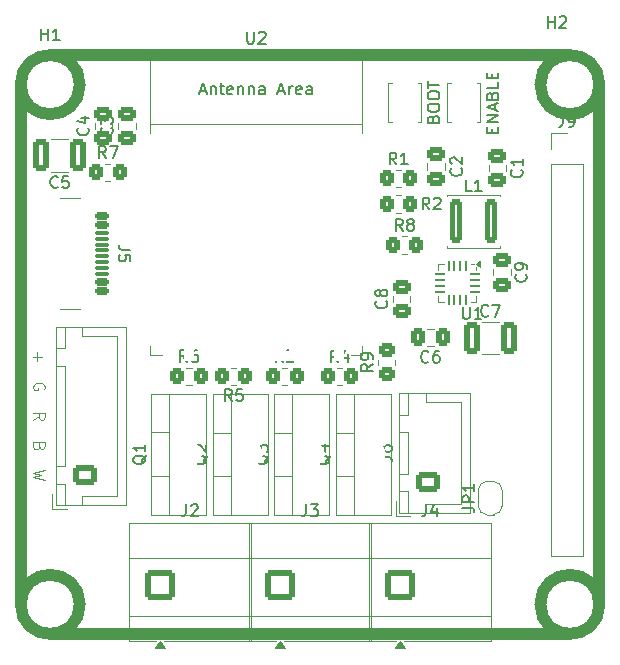
<source format=gbr>
%TF.GenerationSoftware,KiCad,Pcbnew,9.0.1*%
%TF.CreationDate,2025-05-27T02:43:24+02:00*%
%TF.ProjectId,LEDController,4c454443-6f6e-4747-926f-6c6c65722e6b,1*%
%TF.SameCoordinates,Original*%
%TF.FileFunction,Legend,Top*%
%TF.FilePolarity,Positive*%
%FSLAX46Y46*%
G04 Gerber Fmt 4.6, Leading zero omitted, Abs format (unit mm)*
G04 Created by KiCad (PCBNEW 9.0.1) date 2025-05-27 02:43:24*
%MOMM*%
%LPD*%
G01*
G04 APERTURE LIST*
G04 Aperture macros list*
%AMRoundRect*
0 Rectangle with rounded corners*
0 $1 Rounding radius*
0 $2 $3 $4 $5 $6 $7 $8 $9 X,Y pos of 4 corners*
0 Add a 4 corners polygon primitive as box body*
4,1,4,$2,$3,$4,$5,$6,$7,$8,$9,$2,$3,0*
0 Add four circle primitives for the rounded corners*
1,1,$1+$1,$2,$3*
1,1,$1+$1,$4,$5*
1,1,$1+$1,$6,$7*
1,1,$1+$1,$8,$9*
0 Add four rect primitives between the rounded corners*
20,1,$1+$1,$2,$3,$4,$5,0*
20,1,$1+$1,$4,$5,$6,$7,0*
20,1,$1+$1,$6,$7,$8,$9,0*
20,1,$1+$1,$8,$9,$2,$3,0*%
%AMFreePoly0*
4,1,23,0.500000,-0.750000,0.000000,-0.750000,0.000000,-0.745722,-0.065263,-0.745722,-0.191342,-0.711940,-0.304381,-0.646677,-0.396677,-0.554381,-0.461940,-0.441342,-0.495722,-0.315263,-0.495722,-0.250000,-0.500000,-0.250000,-0.500000,0.250000,-0.495722,0.250000,-0.495722,0.315263,-0.461940,0.441342,-0.396677,0.554381,-0.304381,0.646677,-0.191342,0.711940,-0.065263,0.745722,0.000000,0.745722,
0.000000,0.750000,0.500000,0.750000,0.500000,-0.750000,0.500000,-0.750000,$1*%
%AMFreePoly1*
4,1,23,0.000000,0.745722,0.065263,0.745722,0.191342,0.711940,0.304381,0.646677,0.396677,0.554381,0.461940,0.441342,0.495722,0.315263,0.495722,0.250000,0.500000,0.250000,0.500000,-0.250000,0.495722,-0.250000,0.495722,-0.315263,0.461940,-0.441342,0.396677,-0.554381,0.304381,-0.646677,0.191342,-0.711940,0.065263,-0.745722,0.000000,-0.745722,0.000000,-0.750000,-0.500000,-0.750000,
-0.500000,0.750000,0.000000,0.750000,0.000000,0.745722,0.000000,0.745722,$1*%
G04 Aperture macros list end*
%ADD10C,1.000000*%
%ADD11C,0.100000*%
%ADD12C,0.150000*%
%ADD13C,0.120000*%
%ADD14C,3.200000*%
%ADD15R,1.700000X1.700000*%
%ADD16C,1.700000*%
%ADD17RoundRect,0.250000X0.337500X0.475000X-0.337500X0.475000X-0.337500X-0.475000X0.337500X-0.475000X0*%
%ADD18R,1.500000X0.900000*%
%ADD19R,0.900000X1.500000*%
%ADD20R,1.000000X1.000000*%
%ADD21R,2.000000X1.905000*%
%ADD22O,2.000000X1.905000*%
%ADD23RoundRect,0.250000X-0.350000X-0.450000X0.350000X-0.450000X0.350000X0.450000X-0.350000X0.450000X0*%
%ADD24RoundRect,0.250000X0.412500X1.100000X-0.412500X1.100000X-0.412500X-1.100000X0.412500X-1.100000X0*%
%ADD25RoundRect,0.250000X0.450000X-0.350000X0.450000X0.350000X-0.450000X0.350000X-0.450000X-0.350000X0*%
%ADD26R,1.700000X1.500000*%
%ADD27RoundRect,0.250000X0.725000X-0.600000X0.725000X0.600000X-0.725000X0.600000X-0.725000X-0.600000X0*%
%ADD28O,1.950000X1.700000*%
%ADD29RoundRect,0.250000X-1.050000X-1.050000X1.050000X-1.050000X1.050000X1.050000X-1.050000X1.050000X0*%
%ADD30C,2.600000*%
%ADD31RoundRect,0.250000X0.350000X0.450000X-0.350000X0.450000X-0.350000X-0.450000X0.350000X-0.450000X0*%
%ADD32RoundRect,0.250000X-0.475000X0.337500X-0.475000X-0.337500X0.475000X-0.337500X0.475000X0.337500X0*%
%ADD33RoundRect,0.250000X-0.300000X-1.600000X0.300000X-1.600000X0.300000X1.600000X-0.300000X1.600000X0*%
%ADD34RoundRect,0.250000X0.475000X-0.337500X0.475000X0.337500X-0.475000X0.337500X-0.475000X-0.337500X0*%
%ADD35RoundRect,0.062500X-0.062500X0.350000X-0.062500X-0.350000X0.062500X-0.350000X0.062500X0.350000X0*%
%ADD36RoundRect,0.062500X-0.350000X0.062500X-0.350000X-0.062500X0.350000X-0.062500X0.350000X0.062500X0*%
%ADD37R,1.680000X1.680000*%
%ADD38C,0.650000*%
%ADD39RoundRect,0.150000X-0.425000X0.150000X-0.425000X-0.150000X0.425000X-0.150000X0.425000X0.150000X0*%
%ADD40RoundRect,0.075000X-0.500000X0.075000X-0.500000X-0.075000X0.500000X-0.075000X0.500000X0.075000X0*%
%ADD41O,2.100000X1.000000*%
%ADD42O,1.800000X1.000000*%
%ADD43FreePoly0,90.000000*%
%ADD44FreePoly1,90.000000*%
%ADD45RoundRect,0.250000X-0.412500X-1.100000X0.412500X-1.100000X0.412500X1.100000X-0.412500X1.100000X0*%
G04 APERTURE END LIST*
D10*
X90500000Y-52000000D02*
G75*
G02*
X85500000Y-52000000I-2500000J0D01*
G01*
X85500000Y-52000000D02*
G75*
G02*
X90500000Y-52000000I2500000J0D01*
G01*
X90500000Y-96000000D02*
G75*
G02*
X85500000Y-96000000I-2500000J0D01*
G01*
X85500000Y-96000000D02*
G75*
G02*
X90500000Y-96000000I2500000J0D01*
G01*
X134500000Y-96000000D02*
G75*
G02*
X129500000Y-96000000I-2500000J0D01*
G01*
X129500000Y-96000000D02*
G75*
G02*
X134500000Y-96000000I2500000J0D01*
G01*
X134500000Y-52000000D02*
G75*
G02*
X129500000Y-52000000I-2500000J0D01*
G01*
X129500000Y-52000000D02*
G75*
G02*
X134500000Y-52000000I2500000J0D01*
G01*
X132000000Y-49500000D02*
X88000000Y-49500000D01*
X134500000Y-96000000D02*
X134500000Y-52000000D01*
X85500000Y-52000000D02*
X85500000Y-96000000D01*
X88000000Y-98500000D02*
X132000000Y-98500000D01*
D11*
X87542580Y-84621429D02*
X86542580Y-84859524D01*
X86542580Y-84859524D02*
X87256866Y-85050000D01*
X87256866Y-85050000D02*
X86542580Y-85240476D01*
X86542580Y-85240476D02*
X87542580Y-85478572D01*
X87494961Y-77811904D02*
X87542580Y-77716666D01*
X87542580Y-77716666D02*
X87542580Y-77573809D01*
X87542580Y-77573809D02*
X87494961Y-77430952D01*
X87494961Y-77430952D02*
X87399723Y-77335714D01*
X87399723Y-77335714D02*
X87304485Y-77288095D01*
X87304485Y-77288095D02*
X87114009Y-77240476D01*
X87114009Y-77240476D02*
X86971152Y-77240476D01*
X86971152Y-77240476D02*
X86780676Y-77288095D01*
X86780676Y-77288095D02*
X86685438Y-77335714D01*
X86685438Y-77335714D02*
X86590200Y-77430952D01*
X86590200Y-77430952D02*
X86542580Y-77573809D01*
X86542580Y-77573809D02*
X86542580Y-77669047D01*
X86542580Y-77669047D02*
X86590200Y-77811904D01*
X86590200Y-77811904D02*
X86637819Y-77859523D01*
X86637819Y-77859523D02*
X86971152Y-77859523D01*
X86971152Y-77859523D02*
X86971152Y-77669047D01*
X87066390Y-82621428D02*
X87018771Y-82764285D01*
X87018771Y-82764285D02*
X86971152Y-82811904D01*
X86971152Y-82811904D02*
X86875914Y-82859523D01*
X86875914Y-82859523D02*
X86733057Y-82859523D01*
X86733057Y-82859523D02*
X86637819Y-82811904D01*
X86637819Y-82811904D02*
X86590200Y-82764285D01*
X86590200Y-82764285D02*
X86542580Y-82669047D01*
X86542580Y-82669047D02*
X86542580Y-82288095D01*
X86542580Y-82288095D02*
X87542580Y-82288095D01*
X87542580Y-82288095D02*
X87542580Y-82621428D01*
X87542580Y-82621428D02*
X87494961Y-82716666D01*
X87494961Y-82716666D02*
X87447342Y-82764285D01*
X87447342Y-82764285D02*
X87352104Y-82811904D01*
X87352104Y-82811904D02*
X87256866Y-82811904D01*
X87256866Y-82811904D02*
X87161628Y-82764285D01*
X87161628Y-82764285D02*
X87114009Y-82716666D01*
X87114009Y-82716666D02*
X87066390Y-82621428D01*
X87066390Y-82621428D02*
X87066390Y-82288095D01*
X86542580Y-80359523D02*
X87018771Y-80026190D01*
X86542580Y-79788095D02*
X87542580Y-79788095D01*
X87542580Y-79788095D02*
X87542580Y-80169047D01*
X87542580Y-80169047D02*
X87494961Y-80264285D01*
X87494961Y-80264285D02*
X87447342Y-80311904D01*
X87447342Y-80311904D02*
X87352104Y-80359523D01*
X87352104Y-80359523D02*
X87209247Y-80359523D01*
X87209247Y-80359523D02*
X87114009Y-80311904D01*
X87114009Y-80311904D02*
X87066390Y-80264285D01*
X87066390Y-80264285D02*
X87018771Y-80169047D01*
X87018771Y-80169047D02*
X87018771Y-79788095D01*
X86923533Y-74669048D02*
X86923533Y-75430953D01*
X86542580Y-75050000D02*
X87304485Y-75050000D01*
D12*
X130132095Y-47216819D02*
X130132095Y-46216819D01*
X130132095Y-46693009D02*
X130703523Y-46693009D01*
X130703523Y-47216819D02*
X130703523Y-46216819D01*
X131132095Y-46312057D02*
X131179714Y-46264438D01*
X131179714Y-46264438D02*
X131274952Y-46216819D01*
X131274952Y-46216819D02*
X131513047Y-46216819D01*
X131513047Y-46216819D02*
X131608285Y-46264438D01*
X131608285Y-46264438D02*
X131655904Y-46312057D01*
X131655904Y-46312057D02*
X131703523Y-46407295D01*
X131703523Y-46407295D02*
X131703523Y-46502533D01*
X131703523Y-46502533D02*
X131655904Y-46645390D01*
X131655904Y-46645390D02*
X131084476Y-47216819D01*
X131084476Y-47216819D02*
X131703523Y-47216819D01*
X131416666Y-54564819D02*
X131416666Y-55279104D01*
X131416666Y-55279104D02*
X131369047Y-55421961D01*
X131369047Y-55421961D02*
X131273809Y-55517200D01*
X131273809Y-55517200D02*
X131130952Y-55564819D01*
X131130952Y-55564819D02*
X131035714Y-55564819D01*
X131940476Y-55564819D02*
X132130952Y-55564819D01*
X132130952Y-55564819D02*
X132226190Y-55517200D01*
X132226190Y-55517200D02*
X132273809Y-55469580D01*
X132273809Y-55469580D02*
X132369047Y-55326723D01*
X132369047Y-55326723D02*
X132416666Y-55136247D01*
X132416666Y-55136247D02*
X132416666Y-54755295D01*
X132416666Y-54755295D02*
X132369047Y-54660057D01*
X132369047Y-54660057D02*
X132321428Y-54612438D01*
X132321428Y-54612438D02*
X132226190Y-54564819D01*
X132226190Y-54564819D02*
X132035714Y-54564819D01*
X132035714Y-54564819D02*
X131940476Y-54612438D01*
X131940476Y-54612438D02*
X131892857Y-54660057D01*
X131892857Y-54660057D02*
X131845238Y-54755295D01*
X131845238Y-54755295D02*
X131845238Y-54993390D01*
X131845238Y-54993390D02*
X131892857Y-55088628D01*
X131892857Y-55088628D02*
X131940476Y-55136247D01*
X131940476Y-55136247D02*
X132035714Y-55183866D01*
X132035714Y-55183866D02*
X132226190Y-55183866D01*
X132226190Y-55183866D02*
X132321428Y-55136247D01*
X132321428Y-55136247D02*
X132369047Y-55088628D01*
X132369047Y-55088628D02*
X132416666Y-54993390D01*
X120026133Y-75445580D02*
X119978514Y-75493200D01*
X119978514Y-75493200D02*
X119835657Y-75540819D01*
X119835657Y-75540819D02*
X119740419Y-75540819D01*
X119740419Y-75540819D02*
X119597562Y-75493200D01*
X119597562Y-75493200D02*
X119502324Y-75397961D01*
X119502324Y-75397961D02*
X119454705Y-75302723D01*
X119454705Y-75302723D02*
X119407086Y-75112247D01*
X119407086Y-75112247D02*
X119407086Y-74969390D01*
X119407086Y-74969390D02*
X119454705Y-74778914D01*
X119454705Y-74778914D02*
X119502324Y-74683676D01*
X119502324Y-74683676D02*
X119597562Y-74588438D01*
X119597562Y-74588438D02*
X119740419Y-74540819D01*
X119740419Y-74540819D02*
X119835657Y-74540819D01*
X119835657Y-74540819D02*
X119978514Y-74588438D01*
X119978514Y-74588438D02*
X120026133Y-74636057D01*
X120883276Y-74540819D02*
X120692800Y-74540819D01*
X120692800Y-74540819D02*
X120597562Y-74588438D01*
X120597562Y-74588438D02*
X120549943Y-74636057D01*
X120549943Y-74636057D02*
X120454705Y-74778914D01*
X120454705Y-74778914D02*
X120407086Y-74969390D01*
X120407086Y-74969390D02*
X120407086Y-75350342D01*
X120407086Y-75350342D02*
X120454705Y-75445580D01*
X120454705Y-75445580D02*
X120502324Y-75493200D01*
X120502324Y-75493200D02*
X120597562Y-75540819D01*
X120597562Y-75540819D02*
X120788038Y-75540819D01*
X120788038Y-75540819D02*
X120883276Y-75493200D01*
X120883276Y-75493200D02*
X120930895Y-75445580D01*
X120930895Y-75445580D02*
X120978514Y-75350342D01*
X120978514Y-75350342D02*
X120978514Y-75112247D01*
X120978514Y-75112247D02*
X120930895Y-75017009D01*
X120930895Y-75017009D02*
X120883276Y-74969390D01*
X120883276Y-74969390D02*
X120788038Y-74921771D01*
X120788038Y-74921771D02*
X120597562Y-74921771D01*
X120597562Y-74921771D02*
X120502324Y-74969390D01*
X120502324Y-74969390D02*
X120454705Y-75017009D01*
X120454705Y-75017009D02*
X120407086Y-75112247D01*
X104672095Y-47522819D02*
X104672095Y-48332342D01*
X104672095Y-48332342D02*
X104719714Y-48427580D01*
X104719714Y-48427580D02*
X104767333Y-48475200D01*
X104767333Y-48475200D02*
X104862571Y-48522819D01*
X104862571Y-48522819D02*
X105053047Y-48522819D01*
X105053047Y-48522819D02*
X105148285Y-48475200D01*
X105148285Y-48475200D02*
X105195904Y-48427580D01*
X105195904Y-48427580D02*
X105243523Y-48332342D01*
X105243523Y-48332342D02*
X105243523Y-47522819D01*
X105672095Y-47618057D02*
X105719714Y-47570438D01*
X105719714Y-47570438D02*
X105814952Y-47522819D01*
X105814952Y-47522819D02*
X106053047Y-47522819D01*
X106053047Y-47522819D02*
X106148285Y-47570438D01*
X106148285Y-47570438D02*
X106195904Y-47618057D01*
X106195904Y-47618057D02*
X106243523Y-47713295D01*
X106243523Y-47713295D02*
X106243523Y-47808533D01*
X106243523Y-47808533D02*
X106195904Y-47951390D01*
X106195904Y-47951390D02*
X105624476Y-48522819D01*
X105624476Y-48522819D02*
X106243523Y-48522819D01*
X100672094Y-52537104D02*
X101148284Y-52537104D01*
X100576856Y-52822819D02*
X100910189Y-51822819D01*
X100910189Y-51822819D02*
X101243522Y-52822819D01*
X101576856Y-52156152D02*
X101576856Y-52822819D01*
X101576856Y-52251390D02*
X101624475Y-52203771D01*
X101624475Y-52203771D02*
X101719713Y-52156152D01*
X101719713Y-52156152D02*
X101862570Y-52156152D01*
X101862570Y-52156152D02*
X101957808Y-52203771D01*
X101957808Y-52203771D02*
X102005427Y-52299009D01*
X102005427Y-52299009D02*
X102005427Y-52822819D01*
X102338761Y-52156152D02*
X102719713Y-52156152D01*
X102481618Y-51822819D02*
X102481618Y-52679961D01*
X102481618Y-52679961D02*
X102529237Y-52775200D01*
X102529237Y-52775200D02*
X102624475Y-52822819D01*
X102624475Y-52822819D02*
X102719713Y-52822819D01*
X103433999Y-52775200D02*
X103338761Y-52822819D01*
X103338761Y-52822819D02*
X103148285Y-52822819D01*
X103148285Y-52822819D02*
X103053047Y-52775200D01*
X103053047Y-52775200D02*
X103005428Y-52679961D01*
X103005428Y-52679961D02*
X103005428Y-52299009D01*
X103005428Y-52299009D02*
X103053047Y-52203771D01*
X103053047Y-52203771D02*
X103148285Y-52156152D01*
X103148285Y-52156152D02*
X103338761Y-52156152D01*
X103338761Y-52156152D02*
X103433999Y-52203771D01*
X103433999Y-52203771D02*
X103481618Y-52299009D01*
X103481618Y-52299009D02*
X103481618Y-52394247D01*
X103481618Y-52394247D02*
X103005428Y-52489485D01*
X103910190Y-52156152D02*
X103910190Y-52822819D01*
X103910190Y-52251390D02*
X103957809Y-52203771D01*
X103957809Y-52203771D02*
X104053047Y-52156152D01*
X104053047Y-52156152D02*
X104195904Y-52156152D01*
X104195904Y-52156152D02*
X104291142Y-52203771D01*
X104291142Y-52203771D02*
X104338761Y-52299009D01*
X104338761Y-52299009D02*
X104338761Y-52822819D01*
X104814952Y-52156152D02*
X104814952Y-52822819D01*
X104814952Y-52251390D02*
X104862571Y-52203771D01*
X104862571Y-52203771D02*
X104957809Y-52156152D01*
X104957809Y-52156152D02*
X105100666Y-52156152D01*
X105100666Y-52156152D02*
X105195904Y-52203771D01*
X105195904Y-52203771D02*
X105243523Y-52299009D01*
X105243523Y-52299009D02*
X105243523Y-52822819D01*
X106148285Y-52822819D02*
X106148285Y-52299009D01*
X106148285Y-52299009D02*
X106100666Y-52203771D01*
X106100666Y-52203771D02*
X106005428Y-52156152D01*
X106005428Y-52156152D02*
X105814952Y-52156152D01*
X105814952Y-52156152D02*
X105719714Y-52203771D01*
X106148285Y-52775200D02*
X106053047Y-52822819D01*
X106053047Y-52822819D02*
X105814952Y-52822819D01*
X105814952Y-52822819D02*
X105719714Y-52775200D01*
X105719714Y-52775200D02*
X105672095Y-52679961D01*
X105672095Y-52679961D02*
X105672095Y-52584723D01*
X105672095Y-52584723D02*
X105719714Y-52489485D01*
X105719714Y-52489485D02*
X105814952Y-52441866D01*
X105814952Y-52441866D02*
X106053047Y-52441866D01*
X106053047Y-52441866D02*
X106148285Y-52394247D01*
X107338762Y-52537104D02*
X107814952Y-52537104D01*
X107243524Y-52822819D02*
X107576857Y-51822819D01*
X107576857Y-51822819D02*
X107910190Y-52822819D01*
X108243524Y-52822819D02*
X108243524Y-52156152D01*
X108243524Y-52346628D02*
X108291143Y-52251390D01*
X108291143Y-52251390D02*
X108338762Y-52203771D01*
X108338762Y-52203771D02*
X108434000Y-52156152D01*
X108434000Y-52156152D02*
X108529238Y-52156152D01*
X109243524Y-52775200D02*
X109148286Y-52822819D01*
X109148286Y-52822819D02*
X108957810Y-52822819D01*
X108957810Y-52822819D02*
X108862572Y-52775200D01*
X108862572Y-52775200D02*
X108814953Y-52679961D01*
X108814953Y-52679961D02*
X108814953Y-52299009D01*
X108814953Y-52299009D02*
X108862572Y-52203771D01*
X108862572Y-52203771D02*
X108957810Y-52156152D01*
X108957810Y-52156152D02*
X109148286Y-52156152D01*
X109148286Y-52156152D02*
X109243524Y-52203771D01*
X109243524Y-52203771D02*
X109291143Y-52299009D01*
X109291143Y-52299009D02*
X109291143Y-52394247D01*
X109291143Y-52394247D02*
X108814953Y-52489485D01*
X110148286Y-52822819D02*
X110148286Y-52299009D01*
X110148286Y-52299009D02*
X110100667Y-52203771D01*
X110100667Y-52203771D02*
X110005429Y-52156152D01*
X110005429Y-52156152D02*
X109814953Y-52156152D01*
X109814953Y-52156152D02*
X109719715Y-52203771D01*
X110148286Y-52775200D02*
X110053048Y-52822819D01*
X110053048Y-52822819D02*
X109814953Y-52822819D01*
X109814953Y-52822819D02*
X109719715Y-52775200D01*
X109719715Y-52775200D02*
X109672096Y-52679961D01*
X109672096Y-52679961D02*
X109672096Y-52584723D01*
X109672096Y-52584723D02*
X109719715Y-52489485D01*
X109719715Y-52489485D02*
X109814953Y-52441866D01*
X109814953Y-52441866D02*
X110053048Y-52441866D01*
X110053048Y-52441866D02*
X110148286Y-52394247D01*
X111723057Y-83407238D02*
X111675438Y-83502476D01*
X111675438Y-83502476D02*
X111580200Y-83597714D01*
X111580200Y-83597714D02*
X111437342Y-83740571D01*
X111437342Y-83740571D02*
X111389723Y-83835809D01*
X111389723Y-83835809D02*
X111389723Y-83931047D01*
X111627819Y-83883428D02*
X111580200Y-83978666D01*
X111580200Y-83978666D02*
X111484961Y-84073904D01*
X111484961Y-84073904D02*
X111294485Y-84121523D01*
X111294485Y-84121523D02*
X110961152Y-84121523D01*
X110961152Y-84121523D02*
X110770676Y-84073904D01*
X110770676Y-84073904D02*
X110675438Y-83978666D01*
X110675438Y-83978666D02*
X110627819Y-83883428D01*
X110627819Y-83883428D02*
X110627819Y-83692952D01*
X110627819Y-83692952D02*
X110675438Y-83597714D01*
X110675438Y-83597714D02*
X110770676Y-83502476D01*
X110770676Y-83502476D02*
X110961152Y-83454857D01*
X110961152Y-83454857D02*
X111294485Y-83454857D01*
X111294485Y-83454857D02*
X111484961Y-83502476D01*
X111484961Y-83502476D02*
X111580200Y-83597714D01*
X111580200Y-83597714D02*
X111627819Y-83692952D01*
X111627819Y-83692952D02*
X111627819Y-83883428D01*
X110961152Y-82597714D02*
X111627819Y-82597714D01*
X110580200Y-82835809D02*
X111294485Y-83073904D01*
X111294485Y-83073904D02*
X111294485Y-82454857D01*
X92707333Y-58218819D02*
X92374000Y-57742628D01*
X92135905Y-58218819D02*
X92135905Y-57218819D01*
X92135905Y-57218819D02*
X92516857Y-57218819D01*
X92516857Y-57218819D02*
X92612095Y-57266438D01*
X92612095Y-57266438D02*
X92659714Y-57314057D01*
X92659714Y-57314057D02*
X92707333Y-57409295D01*
X92707333Y-57409295D02*
X92707333Y-57552152D01*
X92707333Y-57552152D02*
X92659714Y-57647390D01*
X92659714Y-57647390D02*
X92612095Y-57695009D01*
X92612095Y-57695009D02*
X92516857Y-57742628D01*
X92516857Y-57742628D02*
X92135905Y-57742628D01*
X93040667Y-57218819D02*
X93707333Y-57218819D01*
X93707333Y-57218819D02*
X93278762Y-58218819D01*
X99581333Y-75490819D02*
X99248000Y-75014628D01*
X99009905Y-75490819D02*
X99009905Y-74490819D01*
X99009905Y-74490819D02*
X99390857Y-74490819D01*
X99390857Y-74490819D02*
X99486095Y-74538438D01*
X99486095Y-74538438D02*
X99533714Y-74586057D01*
X99533714Y-74586057D02*
X99581333Y-74681295D01*
X99581333Y-74681295D02*
X99581333Y-74824152D01*
X99581333Y-74824152D02*
X99533714Y-74919390D01*
X99533714Y-74919390D02*
X99486095Y-74967009D01*
X99486095Y-74967009D02*
X99390857Y-75014628D01*
X99390857Y-75014628D02*
X99009905Y-75014628D01*
X100438476Y-74490819D02*
X100248000Y-74490819D01*
X100248000Y-74490819D02*
X100152762Y-74538438D01*
X100152762Y-74538438D02*
X100105143Y-74586057D01*
X100105143Y-74586057D02*
X100009905Y-74728914D01*
X100009905Y-74728914D02*
X99962286Y-74919390D01*
X99962286Y-74919390D02*
X99962286Y-75300342D01*
X99962286Y-75300342D02*
X100009905Y-75395580D01*
X100009905Y-75395580D02*
X100057524Y-75443200D01*
X100057524Y-75443200D02*
X100152762Y-75490819D01*
X100152762Y-75490819D02*
X100343238Y-75490819D01*
X100343238Y-75490819D02*
X100438476Y-75443200D01*
X100438476Y-75443200D02*
X100486095Y-75395580D01*
X100486095Y-75395580D02*
X100533714Y-75300342D01*
X100533714Y-75300342D02*
X100533714Y-75062247D01*
X100533714Y-75062247D02*
X100486095Y-74967009D01*
X100486095Y-74967009D02*
X100438476Y-74919390D01*
X100438476Y-74919390D02*
X100343238Y-74871771D01*
X100343238Y-74871771D02*
X100152762Y-74871771D01*
X100152762Y-74871771D02*
X100057524Y-74919390D01*
X100057524Y-74919390D02*
X100009905Y-74967009D01*
X100009905Y-74967009D02*
X99962286Y-75062247D01*
X88643333Y-60659580D02*
X88595714Y-60707200D01*
X88595714Y-60707200D02*
X88452857Y-60754819D01*
X88452857Y-60754819D02*
X88357619Y-60754819D01*
X88357619Y-60754819D02*
X88214762Y-60707200D01*
X88214762Y-60707200D02*
X88119524Y-60611961D01*
X88119524Y-60611961D02*
X88071905Y-60516723D01*
X88071905Y-60516723D02*
X88024286Y-60326247D01*
X88024286Y-60326247D02*
X88024286Y-60183390D01*
X88024286Y-60183390D02*
X88071905Y-59992914D01*
X88071905Y-59992914D02*
X88119524Y-59897676D01*
X88119524Y-59897676D02*
X88214762Y-59802438D01*
X88214762Y-59802438D02*
X88357619Y-59754819D01*
X88357619Y-59754819D02*
X88452857Y-59754819D01*
X88452857Y-59754819D02*
X88595714Y-59802438D01*
X88595714Y-59802438D02*
X88643333Y-59850057D01*
X89548095Y-59754819D02*
X89071905Y-59754819D01*
X89071905Y-59754819D02*
X89024286Y-60231009D01*
X89024286Y-60231009D02*
X89071905Y-60183390D01*
X89071905Y-60183390D02*
X89167143Y-60135771D01*
X89167143Y-60135771D02*
X89405238Y-60135771D01*
X89405238Y-60135771D02*
X89500476Y-60183390D01*
X89500476Y-60183390D02*
X89548095Y-60231009D01*
X89548095Y-60231009D02*
X89595714Y-60326247D01*
X89595714Y-60326247D02*
X89595714Y-60564342D01*
X89595714Y-60564342D02*
X89548095Y-60659580D01*
X89548095Y-60659580D02*
X89500476Y-60707200D01*
X89500476Y-60707200D02*
X89405238Y-60754819D01*
X89405238Y-60754819D02*
X89167143Y-60754819D01*
X89167143Y-60754819D02*
X89071905Y-60707200D01*
X89071905Y-60707200D02*
X89024286Y-60659580D01*
X115304819Y-75666666D02*
X114828628Y-75999999D01*
X115304819Y-76238094D02*
X114304819Y-76238094D01*
X114304819Y-76238094D02*
X114304819Y-75857142D01*
X114304819Y-75857142D02*
X114352438Y-75761904D01*
X114352438Y-75761904D02*
X114400057Y-75714285D01*
X114400057Y-75714285D02*
X114495295Y-75666666D01*
X114495295Y-75666666D02*
X114638152Y-75666666D01*
X114638152Y-75666666D02*
X114733390Y-75714285D01*
X114733390Y-75714285D02*
X114781009Y-75761904D01*
X114781009Y-75761904D02*
X114828628Y-75857142D01*
X114828628Y-75857142D02*
X114828628Y-76238094D01*
X115304819Y-75190475D02*
X115304819Y-74999999D01*
X115304819Y-74999999D02*
X115257200Y-74904761D01*
X115257200Y-74904761D02*
X115209580Y-74857142D01*
X115209580Y-74857142D02*
X115066723Y-74761904D01*
X115066723Y-74761904D02*
X114876247Y-74714285D01*
X114876247Y-74714285D02*
X114495295Y-74714285D01*
X114495295Y-74714285D02*
X114400057Y-74761904D01*
X114400057Y-74761904D02*
X114352438Y-74809523D01*
X114352438Y-74809523D02*
X114304819Y-74904761D01*
X114304819Y-74904761D02*
X114304819Y-75095237D01*
X114304819Y-75095237D02*
X114352438Y-75190475D01*
X114352438Y-75190475D02*
X114400057Y-75238094D01*
X114400057Y-75238094D02*
X114495295Y-75285713D01*
X114495295Y-75285713D02*
X114733390Y-75285713D01*
X114733390Y-75285713D02*
X114828628Y-75238094D01*
X114828628Y-75238094D02*
X114876247Y-75190475D01*
X114876247Y-75190475D02*
X114923866Y-75095237D01*
X114923866Y-75095237D02*
X114923866Y-74904761D01*
X114923866Y-74904761D02*
X114876247Y-74809523D01*
X114876247Y-74809523D02*
X114828628Y-74761904D01*
X114828628Y-74761904D02*
X114733390Y-74714285D01*
X117844333Y-64381819D02*
X117511000Y-63905628D01*
X117272905Y-64381819D02*
X117272905Y-63381819D01*
X117272905Y-63381819D02*
X117653857Y-63381819D01*
X117653857Y-63381819D02*
X117749095Y-63429438D01*
X117749095Y-63429438D02*
X117796714Y-63477057D01*
X117796714Y-63477057D02*
X117844333Y-63572295D01*
X117844333Y-63572295D02*
X117844333Y-63715152D01*
X117844333Y-63715152D02*
X117796714Y-63810390D01*
X117796714Y-63810390D02*
X117749095Y-63858009D01*
X117749095Y-63858009D02*
X117653857Y-63905628D01*
X117653857Y-63905628D02*
X117272905Y-63905628D01*
X118415762Y-63810390D02*
X118320524Y-63762771D01*
X118320524Y-63762771D02*
X118272905Y-63715152D01*
X118272905Y-63715152D02*
X118225286Y-63619914D01*
X118225286Y-63619914D02*
X118225286Y-63572295D01*
X118225286Y-63572295D02*
X118272905Y-63477057D01*
X118272905Y-63477057D02*
X118320524Y-63429438D01*
X118320524Y-63429438D02*
X118415762Y-63381819D01*
X118415762Y-63381819D02*
X118606238Y-63381819D01*
X118606238Y-63381819D02*
X118701476Y-63429438D01*
X118701476Y-63429438D02*
X118749095Y-63477057D01*
X118749095Y-63477057D02*
X118796714Y-63572295D01*
X118796714Y-63572295D02*
X118796714Y-63619914D01*
X118796714Y-63619914D02*
X118749095Y-63715152D01*
X118749095Y-63715152D02*
X118701476Y-63762771D01*
X118701476Y-63762771D02*
X118606238Y-63810390D01*
X118606238Y-63810390D02*
X118415762Y-63810390D01*
X118415762Y-63810390D02*
X118320524Y-63858009D01*
X118320524Y-63858009D02*
X118272905Y-63905628D01*
X118272905Y-63905628D02*
X118225286Y-64000866D01*
X118225286Y-64000866D02*
X118225286Y-64191342D01*
X118225286Y-64191342D02*
X118272905Y-64286580D01*
X118272905Y-64286580D02*
X118320524Y-64334200D01*
X118320524Y-64334200D02*
X118415762Y-64381819D01*
X118415762Y-64381819D02*
X118606238Y-64381819D01*
X118606238Y-64381819D02*
X118701476Y-64334200D01*
X118701476Y-64334200D02*
X118749095Y-64286580D01*
X118749095Y-64286580D02*
X118796714Y-64191342D01*
X118796714Y-64191342D02*
X118796714Y-64000866D01*
X118796714Y-64000866D02*
X118749095Y-63905628D01*
X118749095Y-63905628D02*
X118701476Y-63858009D01*
X118701476Y-63858009D02*
X118606238Y-63810390D01*
X112333333Y-75512819D02*
X112000000Y-75036628D01*
X111761905Y-75512819D02*
X111761905Y-74512819D01*
X111761905Y-74512819D02*
X112142857Y-74512819D01*
X112142857Y-74512819D02*
X112238095Y-74560438D01*
X112238095Y-74560438D02*
X112285714Y-74608057D01*
X112285714Y-74608057D02*
X112333333Y-74703295D01*
X112333333Y-74703295D02*
X112333333Y-74846152D01*
X112333333Y-74846152D02*
X112285714Y-74941390D01*
X112285714Y-74941390D02*
X112238095Y-74989009D01*
X112238095Y-74989009D02*
X112142857Y-75036628D01*
X112142857Y-75036628D02*
X111761905Y-75036628D01*
X113190476Y-74846152D02*
X113190476Y-75512819D01*
X112952381Y-74465200D02*
X112714286Y-75179485D01*
X112714286Y-75179485D02*
X113333333Y-75179485D01*
X125431009Y-56073809D02*
X125431009Y-55740476D01*
X125954819Y-55597619D02*
X125954819Y-56073809D01*
X125954819Y-56073809D02*
X124954819Y-56073809D01*
X124954819Y-56073809D02*
X124954819Y-55597619D01*
X125954819Y-55169047D02*
X124954819Y-55169047D01*
X124954819Y-55169047D02*
X125954819Y-54597619D01*
X125954819Y-54597619D02*
X124954819Y-54597619D01*
X125669104Y-54169047D02*
X125669104Y-53692857D01*
X125954819Y-54264285D02*
X124954819Y-53930952D01*
X124954819Y-53930952D02*
X125954819Y-53597619D01*
X125431009Y-52930952D02*
X125478628Y-52788095D01*
X125478628Y-52788095D02*
X125526247Y-52740476D01*
X125526247Y-52740476D02*
X125621485Y-52692857D01*
X125621485Y-52692857D02*
X125764342Y-52692857D01*
X125764342Y-52692857D02*
X125859580Y-52740476D01*
X125859580Y-52740476D02*
X125907200Y-52788095D01*
X125907200Y-52788095D02*
X125954819Y-52883333D01*
X125954819Y-52883333D02*
X125954819Y-53264285D01*
X125954819Y-53264285D02*
X124954819Y-53264285D01*
X124954819Y-53264285D02*
X124954819Y-52930952D01*
X124954819Y-52930952D02*
X125002438Y-52835714D01*
X125002438Y-52835714D02*
X125050057Y-52788095D01*
X125050057Y-52788095D02*
X125145295Y-52740476D01*
X125145295Y-52740476D02*
X125240533Y-52740476D01*
X125240533Y-52740476D02*
X125335771Y-52788095D01*
X125335771Y-52788095D02*
X125383390Y-52835714D01*
X125383390Y-52835714D02*
X125431009Y-52930952D01*
X125431009Y-52930952D02*
X125431009Y-53264285D01*
X125954819Y-51788095D02*
X125954819Y-52264285D01*
X125954819Y-52264285D02*
X124954819Y-52264285D01*
X125431009Y-51454761D02*
X125431009Y-51121428D01*
X125954819Y-50978571D02*
X125954819Y-51454761D01*
X125954819Y-51454761D02*
X124954819Y-51454761D01*
X124954819Y-51454761D02*
X124954819Y-50978571D01*
X109661666Y-87541319D02*
X109661666Y-88255604D01*
X109661666Y-88255604D02*
X109614047Y-88398461D01*
X109614047Y-88398461D02*
X109518809Y-88493700D01*
X109518809Y-88493700D02*
X109375952Y-88541319D01*
X109375952Y-88541319D02*
X109280714Y-88541319D01*
X110042619Y-87541319D02*
X110661666Y-87541319D01*
X110661666Y-87541319D02*
X110328333Y-87922271D01*
X110328333Y-87922271D02*
X110471190Y-87922271D01*
X110471190Y-87922271D02*
X110566428Y-87969890D01*
X110566428Y-87969890D02*
X110614047Y-88017509D01*
X110614047Y-88017509D02*
X110661666Y-88112747D01*
X110661666Y-88112747D02*
X110661666Y-88350842D01*
X110661666Y-88350842D02*
X110614047Y-88446080D01*
X110614047Y-88446080D02*
X110566428Y-88493700D01*
X110566428Y-88493700D02*
X110471190Y-88541319D01*
X110471190Y-88541319D02*
X110185476Y-88541319D01*
X110185476Y-88541319D02*
X110090238Y-88493700D01*
X110090238Y-88493700D02*
X110042619Y-88446080D01*
X106522057Y-83407238D02*
X106474438Y-83502476D01*
X106474438Y-83502476D02*
X106379200Y-83597714D01*
X106379200Y-83597714D02*
X106236342Y-83740571D01*
X106236342Y-83740571D02*
X106188723Y-83835809D01*
X106188723Y-83835809D02*
X106188723Y-83931047D01*
X106426819Y-83883428D02*
X106379200Y-83978666D01*
X106379200Y-83978666D02*
X106283961Y-84073904D01*
X106283961Y-84073904D02*
X106093485Y-84121523D01*
X106093485Y-84121523D02*
X105760152Y-84121523D01*
X105760152Y-84121523D02*
X105569676Y-84073904D01*
X105569676Y-84073904D02*
X105474438Y-83978666D01*
X105474438Y-83978666D02*
X105426819Y-83883428D01*
X105426819Y-83883428D02*
X105426819Y-83692952D01*
X105426819Y-83692952D02*
X105474438Y-83597714D01*
X105474438Y-83597714D02*
X105569676Y-83502476D01*
X105569676Y-83502476D02*
X105760152Y-83454857D01*
X105760152Y-83454857D02*
X106093485Y-83454857D01*
X106093485Y-83454857D02*
X106283961Y-83502476D01*
X106283961Y-83502476D02*
X106379200Y-83597714D01*
X106379200Y-83597714D02*
X106426819Y-83692952D01*
X106426819Y-83692952D02*
X106426819Y-83883428D01*
X105426819Y-83121523D02*
X105426819Y-82502476D01*
X105426819Y-82502476D02*
X105807771Y-82835809D01*
X105807771Y-82835809D02*
X105807771Y-82692952D01*
X105807771Y-82692952D02*
X105855390Y-82597714D01*
X105855390Y-82597714D02*
X105903009Y-82550095D01*
X105903009Y-82550095D02*
X105998247Y-82502476D01*
X105998247Y-82502476D02*
X106236342Y-82502476D01*
X106236342Y-82502476D02*
X106331580Y-82550095D01*
X106331580Y-82550095D02*
X106379200Y-82597714D01*
X106379200Y-82597714D02*
X106426819Y-82692952D01*
X106426819Y-82692952D02*
X106426819Y-82978666D01*
X106426819Y-82978666D02*
X106379200Y-83073904D01*
X106379200Y-83073904D02*
X106331580Y-83121523D01*
X120102333Y-62557819D02*
X119769000Y-62081628D01*
X119530905Y-62557819D02*
X119530905Y-61557819D01*
X119530905Y-61557819D02*
X119911857Y-61557819D01*
X119911857Y-61557819D02*
X120007095Y-61605438D01*
X120007095Y-61605438D02*
X120054714Y-61653057D01*
X120054714Y-61653057D02*
X120102333Y-61748295D01*
X120102333Y-61748295D02*
X120102333Y-61891152D01*
X120102333Y-61891152D02*
X120054714Y-61986390D01*
X120054714Y-61986390D02*
X120007095Y-62034009D01*
X120007095Y-62034009D02*
X119911857Y-62081628D01*
X119911857Y-62081628D02*
X119530905Y-62081628D01*
X120483286Y-61653057D02*
X120530905Y-61605438D01*
X120530905Y-61605438D02*
X120626143Y-61557819D01*
X120626143Y-61557819D02*
X120864238Y-61557819D01*
X120864238Y-61557819D02*
X120959476Y-61605438D01*
X120959476Y-61605438D02*
X121007095Y-61653057D01*
X121007095Y-61653057D02*
X121054714Y-61748295D01*
X121054714Y-61748295D02*
X121054714Y-61843533D01*
X121054714Y-61843533D02*
X121007095Y-61986390D01*
X121007095Y-61986390D02*
X120435667Y-62557819D01*
X120435667Y-62557819D02*
X121054714Y-62557819D01*
X99501666Y-87541319D02*
X99501666Y-88255604D01*
X99501666Y-88255604D02*
X99454047Y-88398461D01*
X99454047Y-88398461D02*
X99358809Y-88493700D01*
X99358809Y-88493700D02*
X99215952Y-88541319D01*
X99215952Y-88541319D02*
X99120714Y-88541319D01*
X99930238Y-87636557D02*
X99977857Y-87588938D01*
X99977857Y-87588938D02*
X100073095Y-87541319D01*
X100073095Y-87541319D02*
X100311190Y-87541319D01*
X100311190Y-87541319D02*
X100406428Y-87588938D01*
X100406428Y-87588938D02*
X100454047Y-87636557D01*
X100454047Y-87636557D02*
X100501666Y-87731795D01*
X100501666Y-87731795D02*
X100501666Y-87827033D01*
X100501666Y-87827033D02*
X100454047Y-87969890D01*
X100454047Y-87969890D02*
X99882619Y-88541319D01*
X99882619Y-88541319D02*
X100501666Y-88541319D01*
X115902819Y-83518333D02*
X116617104Y-83518333D01*
X116617104Y-83518333D02*
X116759961Y-83565952D01*
X116759961Y-83565952D02*
X116855200Y-83661190D01*
X116855200Y-83661190D02*
X116902819Y-83804047D01*
X116902819Y-83804047D02*
X116902819Y-83899285D01*
X115902819Y-82613571D02*
X115902819Y-82804047D01*
X115902819Y-82804047D02*
X115950438Y-82899285D01*
X115950438Y-82899285D02*
X115998057Y-82946904D01*
X115998057Y-82946904D02*
X116140914Y-83042142D01*
X116140914Y-83042142D02*
X116331390Y-83089761D01*
X116331390Y-83089761D02*
X116712342Y-83089761D01*
X116712342Y-83089761D02*
X116807580Y-83042142D01*
X116807580Y-83042142D02*
X116855200Y-82994523D01*
X116855200Y-82994523D02*
X116902819Y-82899285D01*
X116902819Y-82899285D02*
X116902819Y-82708809D01*
X116902819Y-82708809D02*
X116855200Y-82613571D01*
X116855200Y-82613571D02*
X116807580Y-82565952D01*
X116807580Y-82565952D02*
X116712342Y-82518333D01*
X116712342Y-82518333D02*
X116474247Y-82518333D01*
X116474247Y-82518333D02*
X116379009Y-82565952D01*
X116379009Y-82565952D02*
X116331390Y-82613571D01*
X116331390Y-82613571D02*
X116283771Y-82708809D01*
X116283771Y-82708809D02*
X116283771Y-82899285D01*
X116283771Y-82899285D02*
X116331390Y-82994523D01*
X116331390Y-82994523D02*
X116379009Y-83042142D01*
X116379009Y-83042142D02*
X116474247Y-83089761D01*
X103359333Y-78790819D02*
X103026000Y-78314628D01*
X102787905Y-78790819D02*
X102787905Y-77790819D01*
X102787905Y-77790819D02*
X103168857Y-77790819D01*
X103168857Y-77790819D02*
X103264095Y-77838438D01*
X103264095Y-77838438D02*
X103311714Y-77886057D01*
X103311714Y-77886057D02*
X103359333Y-77981295D01*
X103359333Y-77981295D02*
X103359333Y-78124152D01*
X103359333Y-78124152D02*
X103311714Y-78219390D01*
X103311714Y-78219390D02*
X103264095Y-78267009D01*
X103264095Y-78267009D02*
X103168857Y-78314628D01*
X103168857Y-78314628D02*
X102787905Y-78314628D01*
X104264095Y-77790819D02*
X103787905Y-77790819D01*
X103787905Y-77790819D02*
X103740286Y-78267009D01*
X103740286Y-78267009D02*
X103787905Y-78219390D01*
X103787905Y-78219390D02*
X103883143Y-78171771D01*
X103883143Y-78171771D02*
X104121238Y-78171771D01*
X104121238Y-78171771D02*
X104216476Y-78219390D01*
X104216476Y-78219390D02*
X104264095Y-78267009D01*
X104264095Y-78267009D02*
X104311714Y-78362247D01*
X104311714Y-78362247D02*
X104311714Y-78600342D01*
X104311714Y-78600342D02*
X104264095Y-78695580D01*
X104264095Y-78695580D02*
X104216476Y-78743200D01*
X104216476Y-78743200D02*
X104121238Y-78790819D01*
X104121238Y-78790819D02*
X103883143Y-78790819D01*
X103883143Y-78790819D02*
X103787905Y-78743200D01*
X103787905Y-78743200D02*
X103740286Y-78695580D01*
X127896580Y-59221666D02*
X127944200Y-59269285D01*
X127944200Y-59269285D02*
X127991819Y-59412142D01*
X127991819Y-59412142D02*
X127991819Y-59507380D01*
X127991819Y-59507380D02*
X127944200Y-59650237D01*
X127944200Y-59650237D02*
X127848961Y-59745475D01*
X127848961Y-59745475D02*
X127753723Y-59793094D01*
X127753723Y-59793094D02*
X127563247Y-59840713D01*
X127563247Y-59840713D02*
X127420390Y-59840713D01*
X127420390Y-59840713D02*
X127229914Y-59793094D01*
X127229914Y-59793094D02*
X127134676Y-59745475D01*
X127134676Y-59745475D02*
X127039438Y-59650237D01*
X127039438Y-59650237D02*
X126991819Y-59507380D01*
X126991819Y-59507380D02*
X126991819Y-59412142D01*
X126991819Y-59412142D02*
X127039438Y-59269285D01*
X127039438Y-59269285D02*
X127087057Y-59221666D01*
X127991819Y-58269285D02*
X127991819Y-58840713D01*
X127991819Y-58554999D02*
X126991819Y-58554999D01*
X126991819Y-58554999D02*
X127134676Y-58650237D01*
X127134676Y-58650237D02*
X127229914Y-58745475D01*
X127229914Y-58745475D02*
X127277533Y-58840713D01*
X123686333Y-61036819D02*
X123210143Y-61036819D01*
X123210143Y-61036819D02*
X123210143Y-60036819D01*
X124543476Y-61036819D02*
X123972048Y-61036819D01*
X124257762Y-61036819D02*
X124257762Y-60036819D01*
X124257762Y-60036819D02*
X124162524Y-60179676D01*
X124162524Y-60179676D02*
X124067286Y-60274914D01*
X124067286Y-60274914D02*
X123972048Y-60322533D01*
X107693333Y-75490819D02*
X107360000Y-75014628D01*
X107121905Y-75490819D02*
X107121905Y-74490819D01*
X107121905Y-74490819D02*
X107502857Y-74490819D01*
X107502857Y-74490819D02*
X107598095Y-74538438D01*
X107598095Y-74538438D02*
X107645714Y-74586057D01*
X107645714Y-74586057D02*
X107693333Y-74681295D01*
X107693333Y-74681295D02*
X107693333Y-74824152D01*
X107693333Y-74824152D02*
X107645714Y-74919390D01*
X107645714Y-74919390D02*
X107598095Y-74967009D01*
X107598095Y-74967009D02*
X107502857Y-75014628D01*
X107502857Y-75014628D02*
X107121905Y-75014628D01*
X108026667Y-74490819D02*
X108645714Y-74490819D01*
X108645714Y-74490819D02*
X108312381Y-74871771D01*
X108312381Y-74871771D02*
X108455238Y-74871771D01*
X108455238Y-74871771D02*
X108550476Y-74919390D01*
X108550476Y-74919390D02*
X108598095Y-74967009D01*
X108598095Y-74967009D02*
X108645714Y-75062247D01*
X108645714Y-75062247D02*
X108645714Y-75300342D01*
X108645714Y-75300342D02*
X108598095Y-75395580D01*
X108598095Y-75395580D02*
X108550476Y-75443200D01*
X108550476Y-75443200D02*
X108455238Y-75490819D01*
X108455238Y-75490819D02*
X108169524Y-75490819D01*
X108169524Y-75490819D02*
X108074286Y-75443200D01*
X108074286Y-75443200D02*
X108026667Y-75395580D01*
X101321057Y-83407238D02*
X101273438Y-83502476D01*
X101273438Y-83502476D02*
X101178200Y-83597714D01*
X101178200Y-83597714D02*
X101035342Y-83740571D01*
X101035342Y-83740571D02*
X100987723Y-83835809D01*
X100987723Y-83835809D02*
X100987723Y-83931047D01*
X101225819Y-83883428D02*
X101178200Y-83978666D01*
X101178200Y-83978666D02*
X101082961Y-84073904D01*
X101082961Y-84073904D02*
X100892485Y-84121523D01*
X100892485Y-84121523D02*
X100559152Y-84121523D01*
X100559152Y-84121523D02*
X100368676Y-84073904D01*
X100368676Y-84073904D02*
X100273438Y-83978666D01*
X100273438Y-83978666D02*
X100225819Y-83883428D01*
X100225819Y-83883428D02*
X100225819Y-83692952D01*
X100225819Y-83692952D02*
X100273438Y-83597714D01*
X100273438Y-83597714D02*
X100368676Y-83502476D01*
X100368676Y-83502476D02*
X100559152Y-83454857D01*
X100559152Y-83454857D02*
X100892485Y-83454857D01*
X100892485Y-83454857D02*
X101082961Y-83502476D01*
X101082961Y-83502476D02*
X101178200Y-83597714D01*
X101178200Y-83597714D02*
X101225819Y-83692952D01*
X101225819Y-83692952D02*
X101225819Y-83883428D01*
X100321057Y-83073904D02*
X100273438Y-83026285D01*
X100273438Y-83026285D02*
X100225819Y-82931047D01*
X100225819Y-82931047D02*
X100225819Y-82692952D01*
X100225819Y-82692952D02*
X100273438Y-82597714D01*
X100273438Y-82597714D02*
X100321057Y-82550095D01*
X100321057Y-82550095D02*
X100416295Y-82502476D01*
X100416295Y-82502476D02*
X100511533Y-82502476D01*
X100511533Y-82502476D02*
X100654390Y-82550095D01*
X100654390Y-82550095D02*
X101225819Y-83121523D01*
X101225819Y-83121523D02*
X101225819Y-82502476D01*
X87238095Y-48254819D02*
X87238095Y-47254819D01*
X87238095Y-47731009D02*
X87809523Y-47731009D01*
X87809523Y-48254819D02*
X87809523Y-47254819D01*
X88809523Y-48254819D02*
X88238095Y-48254819D01*
X88523809Y-48254819D02*
X88523809Y-47254819D01*
X88523809Y-47254819D02*
X88428571Y-47397676D01*
X88428571Y-47397676D02*
X88333333Y-47492914D01*
X88333333Y-47492914D02*
X88238095Y-47540533D01*
X120431009Y-54907142D02*
X120478628Y-54764285D01*
X120478628Y-54764285D02*
X120526247Y-54716666D01*
X120526247Y-54716666D02*
X120621485Y-54669047D01*
X120621485Y-54669047D02*
X120764342Y-54669047D01*
X120764342Y-54669047D02*
X120859580Y-54716666D01*
X120859580Y-54716666D02*
X120907200Y-54764285D01*
X120907200Y-54764285D02*
X120954819Y-54859523D01*
X120954819Y-54859523D02*
X120954819Y-55240475D01*
X120954819Y-55240475D02*
X119954819Y-55240475D01*
X119954819Y-55240475D02*
X119954819Y-54907142D01*
X119954819Y-54907142D02*
X120002438Y-54811904D01*
X120002438Y-54811904D02*
X120050057Y-54764285D01*
X120050057Y-54764285D02*
X120145295Y-54716666D01*
X120145295Y-54716666D02*
X120240533Y-54716666D01*
X120240533Y-54716666D02*
X120335771Y-54764285D01*
X120335771Y-54764285D02*
X120383390Y-54811904D01*
X120383390Y-54811904D02*
X120431009Y-54907142D01*
X120431009Y-54907142D02*
X120431009Y-55240475D01*
X119954819Y-54049999D02*
X119954819Y-53859523D01*
X119954819Y-53859523D02*
X120002438Y-53764285D01*
X120002438Y-53764285D02*
X120097676Y-53669047D01*
X120097676Y-53669047D02*
X120288152Y-53621428D01*
X120288152Y-53621428D02*
X120621485Y-53621428D01*
X120621485Y-53621428D02*
X120811961Y-53669047D01*
X120811961Y-53669047D02*
X120907200Y-53764285D01*
X120907200Y-53764285D02*
X120954819Y-53859523D01*
X120954819Y-53859523D02*
X120954819Y-54049999D01*
X120954819Y-54049999D02*
X120907200Y-54145237D01*
X120907200Y-54145237D02*
X120811961Y-54240475D01*
X120811961Y-54240475D02*
X120621485Y-54288094D01*
X120621485Y-54288094D02*
X120288152Y-54288094D01*
X120288152Y-54288094D02*
X120097676Y-54240475D01*
X120097676Y-54240475D02*
X120002438Y-54145237D01*
X120002438Y-54145237D02*
X119954819Y-54049999D01*
X119954819Y-53002380D02*
X119954819Y-52811904D01*
X119954819Y-52811904D02*
X120002438Y-52716666D01*
X120002438Y-52716666D02*
X120097676Y-52621428D01*
X120097676Y-52621428D02*
X120288152Y-52573809D01*
X120288152Y-52573809D02*
X120621485Y-52573809D01*
X120621485Y-52573809D02*
X120811961Y-52621428D01*
X120811961Y-52621428D02*
X120907200Y-52716666D01*
X120907200Y-52716666D02*
X120954819Y-52811904D01*
X120954819Y-52811904D02*
X120954819Y-53002380D01*
X120954819Y-53002380D02*
X120907200Y-53097618D01*
X120907200Y-53097618D02*
X120811961Y-53192856D01*
X120811961Y-53192856D02*
X120621485Y-53240475D01*
X120621485Y-53240475D02*
X120288152Y-53240475D01*
X120288152Y-53240475D02*
X120097676Y-53192856D01*
X120097676Y-53192856D02*
X120002438Y-53097618D01*
X120002438Y-53097618D02*
X119954819Y-53002380D01*
X119954819Y-52288094D02*
X119954819Y-51716666D01*
X120954819Y-52002380D02*
X119954819Y-52002380D01*
X116436580Y-70315666D02*
X116484200Y-70363285D01*
X116484200Y-70363285D02*
X116531819Y-70506142D01*
X116531819Y-70506142D02*
X116531819Y-70601380D01*
X116531819Y-70601380D02*
X116484200Y-70744237D01*
X116484200Y-70744237D02*
X116388961Y-70839475D01*
X116388961Y-70839475D02*
X116293723Y-70887094D01*
X116293723Y-70887094D02*
X116103247Y-70934713D01*
X116103247Y-70934713D02*
X115960390Y-70934713D01*
X115960390Y-70934713D02*
X115769914Y-70887094D01*
X115769914Y-70887094D02*
X115674676Y-70839475D01*
X115674676Y-70839475D02*
X115579438Y-70744237D01*
X115579438Y-70744237D02*
X115531819Y-70601380D01*
X115531819Y-70601380D02*
X115531819Y-70506142D01*
X115531819Y-70506142D02*
X115579438Y-70363285D01*
X115579438Y-70363285D02*
X115627057Y-70315666D01*
X115960390Y-69744237D02*
X115912771Y-69839475D01*
X115912771Y-69839475D02*
X115865152Y-69887094D01*
X115865152Y-69887094D02*
X115769914Y-69934713D01*
X115769914Y-69934713D02*
X115722295Y-69934713D01*
X115722295Y-69934713D02*
X115627057Y-69887094D01*
X115627057Y-69887094D02*
X115579438Y-69839475D01*
X115579438Y-69839475D02*
X115531819Y-69744237D01*
X115531819Y-69744237D02*
X115531819Y-69553761D01*
X115531819Y-69553761D02*
X115579438Y-69458523D01*
X115579438Y-69458523D02*
X115627057Y-69410904D01*
X115627057Y-69410904D02*
X115722295Y-69363285D01*
X115722295Y-69363285D02*
X115769914Y-69363285D01*
X115769914Y-69363285D02*
X115865152Y-69410904D01*
X115865152Y-69410904D02*
X115912771Y-69458523D01*
X115912771Y-69458523D02*
X115960390Y-69553761D01*
X115960390Y-69553761D02*
X115960390Y-69744237D01*
X115960390Y-69744237D02*
X116008009Y-69839475D01*
X116008009Y-69839475D02*
X116055628Y-69887094D01*
X116055628Y-69887094D02*
X116150866Y-69934713D01*
X116150866Y-69934713D02*
X116341342Y-69934713D01*
X116341342Y-69934713D02*
X116436580Y-69887094D01*
X116436580Y-69887094D02*
X116484200Y-69839475D01*
X116484200Y-69839475D02*
X116531819Y-69744237D01*
X116531819Y-69744237D02*
X116531819Y-69553761D01*
X116531819Y-69553761D02*
X116484200Y-69458523D01*
X116484200Y-69458523D02*
X116436580Y-69410904D01*
X116436580Y-69410904D02*
X116341342Y-69363285D01*
X116341342Y-69363285D02*
X116150866Y-69363285D01*
X116150866Y-69363285D02*
X116055628Y-69410904D01*
X116055628Y-69410904D02*
X116008009Y-69458523D01*
X116008009Y-69458523D02*
X115960390Y-69553761D01*
X122936095Y-70828819D02*
X122936095Y-71638342D01*
X122936095Y-71638342D02*
X122983714Y-71733580D01*
X122983714Y-71733580D02*
X123031333Y-71781200D01*
X123031333Y-71781200D02*
X123126571Y-71828819D01*
X123126571Y-71828819D02*
X123317047Y-71828819D01*
X123317047Y-71828819D02*
X123412285Y-71781200D01*
X123412285Y-71781200D02*
X123459904Y-71733580D01*
X123459904Y-71733580D02*
X123507523Y-71638342D01*
X123507523Y-71638342D02*
X123507523Y-70828819D01*
X124507523Y-71828819D02*
X123936095Y-71828819D01*
X124221809Y-71828819D02*
X124221809Y-70828819D01*
X124221809Y-70828819D02*
X124126571Y-70971676D01*
X124126571Y-70971676D02*
X124031333Y-71066914D01*
X124031333Y-71066914D02*
X123936095Y-71114533D01*
X96120057Y-83385238D02*
X96072438Y-83480476D01*
X96072438Y-83480476D02*
X95977200Y-83575714D01*
X95977200Y-83575714D02*
X95834342Y-83718571D01*
X95834342Y-83718571D02*
X95786723Y-83813809D01*
X95786723Y-83813809D02*
X95786723Y-83909047D01*
X96024819Y-83861428D02*
X95977200Y-83956666D01*
X95977200Y-83956666D02*
X95881961Y-84051904D01*
X95881961Y-84051904D02*
X95691485Y-84099523D01*
X95691485Y-84099523D02*
X95358152Y-84099523D01*
X95358152Y-84099523D02*
X95167676Y-84051904D01*
X95167676Y-84051904D02*
X95072438Y-83956666D01*
X95072438Y-83956666D02*
X95024819Y-83861428D01*
X95024819Y-83861428D02*
X95024819Y-83670952D01*
X95024819Y-83670952D02*
X95072438Y-83575714D01*
X95072438Y-83575714D02*
X95167676Y-83480476D01*
X95167676Y-83480476D02*
X95358152Y-83432857D01*
X95358152Y-83432857D02*
X95691485Y-83432857D01*
X95691485Y-83432857D02*
X95881961Y-83480476D01*
X95881961Y-83480476D02*
X95977200Y-83575714D01*
X95977200Y-83575714D02*
X96024819Y-83670952D01*
X96024819Y-83670952D02*
X96024819Y-83861428D01*
X96024819Y-82480476D02*
X96024819Y-83051904D01*
X96024819Y-82766190D02*
X95024819Y-82766190D01*
X95024819Y-82766190D02*
X95167676Y-82861428D01*
X95167676Y-82861428D02*
X95262914Y-82956666D01*
X95262914Y-82956666D02*
X95310533Y-83051904D01*
X94790180Y-65960666D02*
X94075895Y-65960666D01*
X94075895Y-65960666D02*
X93933038Y-65913047D01*
X93933038Y-65913047D02*
X93837800Y-65817809D01*
X93837800Y-65817809D02*
X93790180Y-65674952D01*
X93790180Y-65674952D02*
X93790180Y-65579714D01*
X94790180Y-66913047D02*
X94790180Y-66436857D01*
X94790180Y-66436857D02*
X94313990Y-66389238D01*
X94313990Y-66389238D02*
X94361609Y-66436857D01*
X94361609Y-66436857D02*
X94409228Y-66532095D01*
X94409228Y-66532095D02*
X94409228Y-66770190D01*
X94409228Y-66770190D02*
X94361609Y-66865428D01*
X94361609Y-66865428D02*
X94313990Y-66913047D01*
X94313990Y-66913047D02*
X94218752Y-66960666D01*
X94218752Y-66960666D02*
X93980657Y-66960666D01*
X93980657Y-66960666D02*
X93885419Y-66913047D01*
X93885419Y-66913047D02*
X93837800Y-66865428D01*
X93837800Y-66865428D02*
X93790180Y-66770190D01*
X93790180Y-66770190D02*
X93790180Y-66532095D01*
X93790180Y-66532095D02*
X93837800Y-66436857D01*
X93837800Y-66436857D02*
X93885419Y-66389238D01*
X122904819Y-87833333D02*
X123619104Y-87833333D01*
X123619104Y-87833333D02*
X123761961Y-87880952D01*
X123761961Y-87880952D02*
X123857200Y-87976190D01*
X123857200Y-87976190D02*
X123904819Y-88119047D01*
X123904819Y-88119047D02*
X123904819Y-88214285D01*
X123904819Y-87357142D02*
X122904819Y-87357142D01*
X122904819Y-87357142D02*
X122904819Y-86976190D01*
X122904819Y-86976190D02*
X122952438Y-86880952D01*
X122952438Y-86880952D02*
X123000057Y-86833333D01*
X123000057Y-86833333D02*
X123095295Y-86785714D01*
X123095295Y-86785714D02*
X123238152Y-86785714D01*
X123238152Y-86785714D02*
X123333390Y-86833333D01*
X123333390Y-86833333D02*
X123381009Y-86880952D01*
X123381009Y-86880952D02*
X123428628Y-86976190D01*
X123428628Y-86976190D02*
X123428628Y-87357142D01*
X123904819Y-85833333D02*
X123904819Y-86404761D01*
X123904819Y-86119047D02*
X122904819Y-86119047D01*
X122904819Y-86119047D02*
X123047676Y-86214285D01*
X123047676Y-86214285D02*
X123142914Y-86309523D01*
X123142914Y-86309523D02*
X123190533Y-86404761D01*
X93179580Y-55666666D02*
X93227200Y-55714285D01*
X93227200Y-55714285D02*
X93274819Y-55857142D01*
X93274819Y-55857142D02*
X93274819Y-55952380D01*
X93274819Y-55952380D02*
X93227200Y-56095237D01*
X93227200Y-56095237D02*
X93131961Y-56190475D01*
X93131961Y-56190475D02*
X93036723Y-56238094D01*
X93036723Y-56238094D02*
X92846247Y-56285713D01*
X92846247Y-56285713D02*
X92703390Y-56285713D01*
X92703390Y-56285713D02*
X92512914Y-56238094D01*
X92512914Y-56238094D02*
X92417676Y-56190475D01*
X92417676Y-56190475D02*
X92322438Y-56095237D01*
X92322438Y-56095237D02*
X92274819Y-55952380D01*
X92274819Y-55952380D02*
X92274819Y-55857142D01*
X92274819Y-55857142D02*
X92322438Y-55714285D01*
X92322438Y-55714285D02*
X92370057Y-55666666D01*
X92274819Y-55333332D02*
X92274819Y-54714285D01*
X92274819Y-54714285D02*
X92655771Y-55047618D01*
X92655771Y-55047618D02*
X92655771Y-54904761D01*
X92655771Y-54904761D02*
X92703390Y-54809523D01*
X92703390Y-54809523D02*
X92751009Y-54761904D01*
X92751009Y-54761904D02*
X92846247Y-54714285D01*
X92846247Y-54714285D02*
X93084342Y-54714285D01*
X93084342Y-54714285D02*
X93179580Y-54761904D01*
X93179580Y-54761904D02*
X93227200Y-54809523D01*
X93227200Y-54809523D02*
X93274819Y-54904761D01*
X93274819Y-54904761D02*
X93274819Y-55190475D01*
X93274819Y-55190475D02*
X93227200Y-55285713D01*
X93227200Y-55285713D02*
X93179580Y-55333332D01*
X128277580Y-68061666D02*
X128325200Y-68109285D01*
X128325200Y-68109285D02*
X128372819Y-68252142D01*
X128372819Y-68252142D02*
X128372819Y-68347380D01*
X128372819Y-68347380D02*
X128325200Y-68490237D01*
X128325200Y-68490237D02*
X128229961Y-68585475D01*
X128229961Y-68585475D02*
X128134723Y-68633094D01*
X128134723Y-68633094D02*
X127944247Y-68680713D01*
X127944247Y-68680713D02*
X127801390Y-68680713D01*
X127801390Y-68680713D02*
X127610914Y-68633094D01*
X127610914Y-68633094D02*
X127515676Y-68585475D01*
X127515676Y-68585475D02*
X127420438Y-68490237D01*
X127420438Y-68490237D02*
X127372819Y-68347380D01*
X127372819Y-68347380D02*
X127372819Y-68252142D01*
X127372819Y-68252142D02*
X127420438Y-68109285D01*
X127420438Y-68109285D02*
X127468057Y-68061666D01*
X128372819Y-67585475D02*
X128372819Y-67394999D01*
X128372819Y-67394999D02*
X128325200Y-67299761D01*
X128325200Y-67299761D02*
X128277580Y-67252142D01*
X128277580Y-67252142D02*
X128134723Y-67156904D01*
X128134723Y-67156904D02*
X127944247Y-67109285D01*
X127944247Y-67109285D02*
X127563295Y-67109285D01*
X127563295Y-67109285D02*
X127468057Y-67156904D01*
X127468057Y-67156904D02*
X127420438Y-67204523D01*
X127420438Y-67204523D02*
X127372819Y-67299761D01*
X127372819Y-67299761D02*
X127372819Y-67490237D01*
X127372819Y-67490237D02*
X127420438Y-67585475D01*
X127420438Y-67585475D02*
X127468057Y-67633094D01*
X127468057Y-67633094D02*
X127563295Y-67680713D01*
X127563295Y-67680713D02*
X127801390Y-67680713D01*
X127801390Y-67680713D02*
X127896628Y-67633094D01*
X127896628Y-67633094D02*
X127944247Y-67585475D01*
X127944247Y-67585475D02*
X127991866Y-67490237D01*
X127991866Y-67490237D02*
X127991866Y-67299761D01*
X127991866Y-67299761D02*
X127944247Y-67204523D01*
X127944247Y-67204523D02*
X127896628Y-67156904D01*
X127896628Y-67156904D02*
X127801390Y-67109285D01*
X119821666Y-87541319D02*
X119821666Y-88255604D01*
X119821666Y-88255604D02*
X119774047Y-88398461D01*
X119774047Y-88398461D02*
X119678809Y-88493700D01*
X119678809Y-88493700D02*
X119535952Y-88541319D01*
X119535952Y-88541319D02*
X119440714Y-88541319D01*
X120726428Y-87874652D02*
X120726428Y-88541319D01*
X120488333Y-87493700D02*
X120250238Y-88207985D01*
X120250238Y-88207985D02*
X120869285Y-88207985D01*
X122787580Y-59094666D02*
X122835200Y-59142285D01*
X122835200Y-59142285D02*
X122882819Y-59285142D01*
X122882819Y-59285142D02*
X122882819Y-59380380D01*
X122882819Y-59380380D02*
X122835200Y-59523237D01*
X122835200Y-59523237D02*
X122739961Y-59618475D01*
X122739961Y-59618475D02*
X122644723Y-59666094D01*
X122644723Y-59666094D02*
X122454247Y-59713713D01*
X122454247Y-59713713D02*
X122311390Y-59713713D01*
X122311390Y-59713713D02*
X122120914Y-59666094D01*
X122120914Y-59666094D02*
X122025676Y-59618475D01*
X122025676Y-59618475D02*
X121930438Y-59523237D01*
X121930438Y-59523237D02*
X121882819Y-59380380D01*
X121882819Y-59380380D02*
X121882819Y-59285142D01*
X121882819Y-59285142D02*
X121930438Y-59142285D01*
X121930438Y-59142285D02*
X121978057Y-59094666D01*
X121978057Y-58713713D02*
X121930438Y-58666094D01*
X121930438Y-58666094D02*
X121882819Y-58570856D01*
X121882819Y-58570856D02*
X121882819Y-58332761D01*
X121882819Y-58332761D02*
X121930438Y-58237523D01*
X121930438Y-58237523D02*
X121978057Y-58189904D01*
X121978057Y-58189904D02*
X122073295Y-58142285D01*
X122073295Y-58142285D02*
X122168533Y-58142285D01*
X122168533Y-58142285D02*
X122311390Y-58189904D01*
X122311390Y-58189904D02*
X122882819Y-58761332D01*
X122882819Y-58761332D02*
X122882819Y-58142285D01*
X125104333Y-71542580D02*
X125056714Y-71590200D01*
X125056714Y-71590200D02*
X124913857Y-71637819D01*
X124913857Y-71637819D02*
X124818619Y-71637819D01*
X124818619Y-71637819D02*
X124675762Y-71590200D01*
X124675762Y-71590200D02*
X124580524Y-71494961D01*
X124580524Y-71494961D02*
X124532905Y-71399723D01*
X124532905Y-71399723D02*
X124485286Y-71209247D01*
X124485286Y-71209247D02*
X124485286Y-71066390D01*
X124485286Y-71066390D02*
X124532905Y-70875914D01*
X124532905Y-70875914D02*
X124580524Y-70780676D01*
X124580524Y-70780676D02*
X124675762Y-70685438D01*
X124675762Y-70685438D02*
X124818619Y-70637819D01*
X124818619Y-70637819D02*
X124913857Y-70637819D01*
X124913857Y-70637819D02*
X125056714Y-70685438D01*
X125056714Y-70685438D02*
X125104333Y-70733057D01*
X125437667Y-70637819D02*
X126104333Y-70637819D01*
X126104333Y-70637819D02*
X125675762Y-71637819D01*
X117308333Y-58748819D02*
X116975000Y-58272628D01*
X116736905Y-58748819D02*
X116736905Y-57748819D01*
X116736905Y-57748819D02*
X117117857Y-57748819D01*
X117117857Y-57748819D02*
X117213095Y-57796438D01*
X117213095Y-57796438D02*
X117260714Y-57844057D01*
X117260714Y-57844057D02*
X117308333Y-57939295D01*
X117308333Y-57939295D02*
X117308333Y-58082152D01*
X117308333Y-58082152D02*
X117260714Y-58177390D01*
X117260714Y-58177390D02*
X117213095Y-58225009D01*
X117213095Y-58225009D02*
X117117857Y-58272628D01*
X117117857Y-58272628D02*
X116736905Y-58272628D01*
X118260714Y-58748819D02*
X117689286Y-58748819D01*
X117975000Y-58748819D02*
X117975000Y-57748819D01*
X117975000Y-57748819D02*
X117879762Y-57891676D01*
X117879762Y-57891676D02*
X117784524Y-57986914D01*
X117784524Y-57986914D02*
X117689286Y-58034533D01*
X91179580Y-55666666D02*
X91227200Y-55714285D01*
X91227200Y-55714285D02*
X91274819Y-55857142D01*
X91274819Y-55857142D02*
X91274819Y-55952380D01*
X91274819Y-55952380D02*
X91227200Y-56095237D01*
X91227200Y-56095237D02*
X91131961Y-56190475D01*
X91131961Y-56190475D02*
X91036723Y-56238094D01*
X91036723Y-56238094D02*
X90846247Y-56285713D01*
X90846247Y-56285713D02*
X90703390Y-56285713D01*
X90703390Y-56285713D02*
X90512914Y-56238094D01*
X90512914Y-56238094D02*
X90417676Y-56190475D01*
X90417676Y-56190475D02*
X90322438Y-56095237D01*
X90322438Y-56095237D02*
X90274819Y-55952380D01*
X90274819Y-55952380D02*
X90274819Y-55857142D01*
X90274819Y-55857142D02*
X90322438Y-55714285D01*
X90322438Y-55714285D02*
X90370057Y-55666666D01*
X90608152Y-54809523D02*
X91274819Y-54809523D01*
X90227200Y-55047618D02*
X90941485Y-55285713D01*
X90941485Y-55285713D02*
X90941485Y-54666666D01*
D13*
%TO.C,J9*%
X130370000Y-56110000D02*
X131750000Y-56110000D01*
X130370000Y-57490000D02*
X130370000Y-56110000D01*
X130370000Y-58760000D02*
X130370000Y-91890000D01*
X130370000Y-58760000D02*
X133130000Y-58760000D01*
X130370000Y-91890000D02*
X133130000Y-91890000D01*
X133130000Y-58760000D02*
X133130000Y-91890000D01*
%TO.C,C6*%
X120454052Y-72671000D02*
X119931548Y-72671000D01*
X120454052Y-74141000D02*
X119931548Y-74141000D01*
%TO.C,U2*%
X96434000Y-49368000D02*
X96434000Y-56118000D01*
X96434000Y-49368000D02*
X114434000Y-49368000D01*
X96434000Y-74118000D02*
X96434000Y-74868000D01*
X96434000Y-74868000D02*
X97434000Y-74868000D01*
X114434000Y-49368000D02*
X114434000Y-56118000D01*
X114434000Y-55368000D02*
X96434000Y-55368000D01*
X114434000Y-74118000D02*
X114434000Y-74868000D01*
X114434000Y-74868000D02*
X113434000Y-74868000D01*
%TO.C,Q4*%
X112173000Y-78192000D02*
X116814000Y-78192000D01*
X112173000Y-81461000D02*
X113683000Y-81461000D01*
X112173000Y-85162000D02*
X113683000Y-85162000D01*
X112173000Y-88432000D02*
X112173000Y-78192000D01*
X112173000Y-88432000D02*
X116814000Y-88432000D01*
X113683000Y-88432000D02*
X113683000Y-78192000D01*
X116814000Y-88432000D02*
X116814000Y-78192000D01*
%TO.C,R7*%
X92646936Y-58679000D02*
X93101064Y-58679000D01*
X92646936Y-60149000D02*
X93101064Y-60149000D01*
%TO.C,R6*%
X99520936Y-75951000D02*
X99975064Y-75951000D01*
X99520936Y-77421000D02*
X99975064Y-77421000D01*
%TO.C,C5*%
X89521252Y-56640000D02*
X88098748Y-56640000D01*
X89521252Y-59360000D02*
X88098748Y-59360000D01*
%TO.C,R9*%
X117235000Y-75727064D02*
X117235000Y-75272936D01*
X115765000Y-75727064D02*
X115765000Y-75272936D01*
%TO.C,R8*%
X117783936Y-64842000D02*
X118238064Y-64842000D01*
X117783936Y-66312000D02*
X118238064Y-66312000D01*
%TO.C,R4*%
X112272936Y-75973000D02*
X112727064Y-75973000D01*
X112272936Y-77443000D02*
X112727064Y-77443000D01*
%TO.C,SW2*%
X121600000Y-51900000D02*
X121600000Y-55200000D01*
X121600000Y-55200000D02*
X121900000Y-55200000D01*
X121900000Y-51900000D02*
X121600000Y-51900000D01*
X124100000Y-51900000D02*
X124400000Y-51900000D01*
X124400000Y-51900000D02*
X124400000Y-55200000D01*
X124400000Y-55200000D02*
X124100000Y-55200000D01*
%TO.C,J1*%
X88165000Y-86650000D02*
X88165000Y-87900000D01*
X88165000Y-87900000D02*
X89415000Y-87900000D01*
X88455000Y-72490000D02*
X88455000Y-87610000D01*
X88455000Y-87610000D02*
X94425000Y-87610000D01*
X88465000Y-72500000D02*
X88465000Y-74300000D01*
X88465000Y-74300000D02*
X89215000Y-74300000D01*
X88465000Y-75800000D02*
X88465000Y-84300000D01*
X88465000Y-84300000D02*
X89215000Y-84300000D01*
X88465000Y-85800000D02*
X88465000Y-87600000D01*
X88465000Y-87600000D02*
X89215000Y-87600000D01*
X89215000Y-72500000D02*
X88465000Y-72500000D01*
X89215000Y-74300000D02*
X89215000Y-72500000D01*
X89215000Y-75800000D02*
X88465000Y-75800000D01*
X89215000Y-84300000D02*
X89215000Y-75800000D01*
X89215000Y-85800000D02*
X88465000Y-85800000D01*
X89215000Y-87600000D02*
X89215000Y-85800000D01*
X90715000Y-72500000D02*
X90715000Y-73250000D01*
X90715000Y-73250000D02*
X93665000Y-73250000D01*
X90715000Y-86850000D02*
X93665000Y-86850000D01*
X90715000Y-87600000D02*
X90715000Y-86850000D01*
X93665000Y-73250000D02*
X93665000Y-80050000D01*
X93665000Y-86850000D02*
X93665000Y-80050000D01*
X94425000Y-72490000D02*
X88455000Y-72490000D01*
X94425000Y-87610000D02*
X94425000Y-72490000D01*
%TO.C,J3*%
X104795000Y-89086500D02*
X104795000Y-99126500D01*
X104795000Y-89086500D02*
X115195000Y-89086500D01*
X104795000Y-92106500D02*
X115195000Y-92106500D01*
X104795000Y-97006500D02*
X115195000Y-97006500D01*
X104795000Y-98506500D02*
X115195000Y-98506500D01*
X104795000Y-99126500D02*
X107155000Y-99126500D01*
X107755000Y-99126500D02*
X115195000Y-99126500D01*
X115195000Y-89086500D02*
X115195000Y-99126500D01*
X107895000Y-99736500D02*
X107015000Y-99736500D01*
X107455000Y-99126500D01*
X107895000Y-99736500D01*
G36*
X107895000Y-99736500D02*
G01*
X107015000Y-99736500D01*
X107455000Y-99126500D01*
X107895000Y-99736500D01*
G37*
%TO.C,Q3*%
X106972000Y-78192000D02*
X111613000Y-78192000D01*
X106972000Y-81461000D02*
X108482000Y-81461000D01*
X106972000Y-85162000D02*
X108482000Y-85162000D01*
X106972000Y-88432000D02*
X106972000Y-78192000D01*
X106972000Y-88432000D02*
X111613000Y-88432000D01*
X108482000Y-88432000D02*
X108482000Y-78192000D01*
X111613000Y-88432000D02*
X111613000Y-78192000D01*
%TO.C,R2*%
X117247936Y-61368000D02*
X117702064Y-61368000D01*
X117247936Y-62838000D02*
X117702064Y-62838000D01*
%TO.C,J2*%
X94635000Y-89086500D02*
X94635000Y-99126500D01*
X94635000Y-89086500D02*
X105035000Y-89086500D01*
X94635000Y-92106500D02*
X105035000Y-92106500D01*
X94635000Y-97006500D02*
X105035000Y-97006500D01*
X94635000Y-98506500D02*
X105035000Y-98506500D01*
X94635000Y-99126500D02*
X96995000Y-99126500D01*
X97595000Y-99126500D02*
X105035000Y-99126500D01*
X105035000Y-89086500D02*
X105035000Y-99126500D01*
X97735000Y-99736500D02*
X96855000Y-99736500D01*
X97295000Y-99126500D01*
X97735000Y-99736500D01*
G36*
X97735000Y-99736500D02*
G01*
X96855000Y-99736500D01*
X97295000Y-99126500D01*
X97735000Y-99736500D01*
G37*
%TO.C,J6*%
X117248000Y-87285000D02*
X117248000Y-88535000D01*
X117248000Y-88535000D02*
X118498000Y-88535000D01*
X117538000Y-78125000D02*
X117538000Y-88245000D01*
X117538000Y-88245000D02*
X123508000Y-88245000D01*
X117548000Y-78135000D02*
X117548000Y-79935000D01*
X117548000Y-79935000D02*
X118298000Y-79935000D01*
X117548000Y-81435000D02*
X117548000Y-84935000D01*
X117548000Y-84935000D02*
X118298000Y-84935000D01*
X117548000Y-86435000D02*
X117548000Y-88235000D01*
X117548000Y-88235000D02*
X118298000Y-88235000D01*
X118298000Y-78135000D02*
X117548000Y-78135000D01*
X118298000Y-79935000D02*
X118298000Y-78135000D01*
X118298000Y-81435000D02*
X117548000Y-81435000D01*
X118298000Y-84935000D02*
X118298000Y-81435000D01*
X118298000Y-86435000D02*
X117548000Y-86435000D01*
X118298000Y-88235000D02*
X118298000Y-86435000D01*
X119798000Y-78135000D02*
X119798000Y-78885000D01*
X119798000Y-78885000D02*
X122748000Y-78885000D01*
X119798000Y-87485000D02*
X122748000Y-87485000D01*
X119798000Y-88235000D02*
X119798000Y-87485000D01*
X122748000Y-78885000D02*
X122748000Y-83185000D01*
X122748000Y-87485000D02*
X122748000Y-83185000D01*
X123508000Y-78125000D02*
X117538000Y-78125000D01*
X123508000Y-88245000D02*
X123508000Y-78125000D01*
%TO.C,R5*%
X103753064Y-75951000D02*
X103298936Y-75951000D01*
X103753064Y-77421000D02*
X103298936Y-77421000D01*
%TO.C,C1*%
X125122000Y-58793748D02*
X125122000Y-59316252D01*
X126592000Y-58793748D02*
X126592000Y-59316252D01*
%TO.C,L1*%
X121593000Y-61322000D02*
X121593000Y-61472000D01*
X121593000Y-61322000D02*
X126113000Y-61322000D01*
X121593000Y-65842000D02*
X121593000Y-65692000D01*
X121593000Y-65842000D02*
X126113000Y-65842000D01*
X126113000Y-61322000D02*
X126113000Y-61472000D01*
X126113000Y-65842000D02*
X126113000Y-65692000D01*
%TO.C,R3*%
X107632936Y-75951000D02*
X108087064Y-75951000D01*
X107632936Y-77421000D02*
X108087064Y-77421000D01*
%TO.C,Q2*%
X101771000Y-78192000D02*
X106412000Y-78192000D01*
X101771000Y-81461000D02*
X103281000Y-81461000D01*
X101771000Y-85162000D02*
X103281000Y-85162000D01*
X101771000Y-88432000D02*
X101771000Y-78192000D01*
X101771000Y-88432000D02*
X106412000Y-88432000D01*
X103281000Y-88432000D02*
X103281000Y-78192000D01*
X106412000Y-88432000D02*
X106412000Y-78192000D01*
%TO.C,SW1*%
X116600000Y-51900000D02*
X116600000Y-55200000D01*
X116600000Y-55200000D02*
X116900000Y-55200000D01*
X116900000Y-51900000D02*
X116600000Y-51900000D01*
X119100000Y-51900000D02*
X119400000Y-51900000D01*
X119400000Y-51900000D02*
X119400000Y-55200000D01*
X119400000Y-55200000D02*
X119100000Y-55200000D01*
%TO.C,C8*%
X117022000Y-70410252D02*
X117022000Y-69887748D01*
X118492000Y-70410252D02*
X118492000Y-69887748D01*
%TO.C,U1*%
X120863000Y-67179000D02*
X121338000Y-67179000D01*
X120863000Y-67654000D02*
X120863000Y-67179000D01*
X120863000Y-69924000D02*
X120863000Y-70399000D01*
X120863000Y-70399000D02*
X121338000Y-70399000D01*
X123608000Y-67179000D02*
X123843000Y-67179000D01*
X124083000Y-67654000D02*
X124083000Y-67479000D01*
X124083000Y-69924000D02*
X124083000Y-70399000D01*
X124083000Y-70399000D02*
X123608000Y-70399000D01*
X124413000Y-67419000D02*
X124083000Y-67179000D01*
X124413000Y-66939000D01*
X124413000Y-67419000D01*
G36*
X124413000Y-67419000D02*
G01*
X124083000Y-67179000D01*
X124413000Y-66939000D01*
X124413000Y-67419000D01*
G37*
%TO.C,Q1*%
X96570000Y-78170000D02*
X101211000Y-78170000D01*
X96570000Y-81439000D02*
X98080000Y-81439000D01*
X96570000Y-85140000D02*
X98080000Y-85140000D01*
X96570000Y-88410000D02*
X96570000Y-78170000D01*
X96570000Y-88410000D02*
X101211000Y-88410000D01*
X98080000Y-88410000D02*
X98080000Y-78170000D01*
X101211000Y-88410000D02*
X101211000Y-78170000D01*
%TO.C,J5*%
X88845000Y-61624000D02*
X90545000Y-61624000D01*
X88845000Y-70964000D02*
X90545000Y-70964000D01*
%TO.C,JP1*%
X124950000Y-85600000D02*
X125550000Y-85600000D01*
X126250000Y-86300000D02*
X126250000Y-87700000D01*
X124250000Y-87700000D02*
X124250000Y-86300000D01*
X125550000Y-88400000D02*
X124950000Y-88400000D01*
X125550000Y-85600000D02*
G75*
G02*
X126250000Y-86300000I0J-700000D01*
G01*
X124250000Y-86300000D02*
G75*
G02*
X124950000Y-85600000I700000J0D01*
G01*
X126250000Y-87700000D02*
G75*
G02*
X125550000Y-88400000I-699999J-1D01*
G01*
X124950000Y-88400000D02*
G75*
G02*
X124250000Y-87700000I-1J699999D01*
G01*
%TO.C,C3*%
X93765000Y-55761252D02*
X93765000Y-55238748D01*
X95235000Y-55761252D02*
X95235000Y-55238748D01*
%TO.C,C9*%
X125503000Y-67633748D02*
X125503000Y-68156252D01*
X126973000Y-67633748D02*
X126973000Y-68156252D01*
%TO.C,J4*%
X114955000Y-89086500D02*
X114955000Y-99126500D01*
X114955000Y-89086500D02*
X125355000Y-89086500D01*
X114955000Y-92106500D02*
X125355000Y-92106500D01*
X114955000Y-97006500D02*
X125355000Y-97006500D01*
X114955000Y-98506500D02*
X125355000Y-98506500D01*
X114955000Y-99126500D02*
X117315000Y-99126500D01*
X117915000Y-99126500D02*
X125355000Y-99126500D01*
X125355000Y-89086500D02*
X125355000Y-99126500D01*
X118055000Y-99736500D02*
X117175000Y-99736500D01*
X117615000Y-99126500D01*
X118055000Y-99736500D01*
G36*
X118055000Y-99736500D02*
G01*
X117175000Y-99736500D01*
X117615000Y-99126500D01*
X118055000Y-99736500D01*
G37*
%TO.C,C2*%
X119915000Y-59189252D02*
X119915000Y-58666748D01*
X121385000Y-59189252D02*
X121385000Y-58666748D01*
%TO.C,C7*%
X124559748Y-72123000D02*
X125982252Y-72123000D01*
X124559748Y-74843000D02*
X125982252Y-74843000D01*
%TO.C,R1*%
X117247936Y-59209000D02*
X117702064Y-59209000D01*
X117247936Y-60679000D02*
X117702064Y-60679000D01*
%TO.C,C4*%
X91765000Y-55761252D02*
X91765000Y-55238748D01*
X93235000Y-55761252D02*
X93235000Y-55238748D01*
%TD*%
%LPC*%
%TO.C,JP1*%
G36*
X124500000Y-87150000D02*
G01*
X126000000Y-87150000D01*
X126000000Y-86850000D01*
X124500000Y-86850000D01*
X124500000Y-87150000D01*
G37*
%TD*%
D14*
%TO.C,H2*%
X132000000Y-52000000D03*
%TD*%
D15*
%TO.C,J9*%
X131750000Y-57490000D03*
D16*
X131750000Y-60030000D03*
X131750000Y-62570000D03*
X131750000Y-65110000D03*
X131750000Y-67650000D03*
X131750000Y-70190000D03*
X131750000Y-72730000D03*
X131750000Y-75270000D03*
X131750000Y-77810000D03*
X131750000Y-80350000D03*
X131750000Y-82890000D03*
X131750000Y-85430000D03*
X131750000Y-87970000D03*
X131750000Y-90510000D03*
%TD*%
D17*
%TO.C,C6*%
X121230300Y-73406000D03*
X119155300Y-73406000D03*
%TD*%
D18*
%TO.C,U2*%
X96684000Y-56858000D03*
X96684000Y-58128000D03*
X96684000Y-59398000D03*
X96684000Y-60668000D03*
X96684000Y-61938000D03*
X96684000Y-63208000D03*
X96684000Y-64478000D03*
X96684000Y-65748000D03*
X96684000Y-67018000D03*
X96684000Y-68288000D03*
X96684000Y-69558000D03*
X96684000Y-70828000D03*
X96684000Y-72098000D03*
X96684000Y-73368000D03*
D19*
X98449000Y-74618000D03*
X99719000Y-74618000D03*
X100989000Y-74618000D03*
X102259000Y-74618000D03*
X103529000Y-74618000D03*
X104799000Y-74618000D03*
X106069000Y-74618000D03*
X107339000Y-74618000D03*
X108609000Y-74618000D03*
X109879000Y-74618000D03*
X111149000Y-74618000D03*
X112419000Y-74618000D03*
D18*
X114184000Y-73368000D03*
X114184000Y-72098000D03*
X114184000Y-70828000D03*
X114184000Y-69558000D03*
X114184000Y-68288000D03*
X114184000Y-67018000D03*
X114184000Y-65748000D03*
X114184000Y-64478000D03*
X114184000Y-63208000D03*
X114184000Y-61938000D03*
X114184000Y-60668000D03*
X114184000Y-59398000D03*
X114184000Y-58128000D03*
X114184000Y-56858000D03*
D20*
X102574000Y-60708000D03*
X102574000Y-62208000D03*
X102574000Y-62208000D03*
X102574000Y-63708000D03*
X104074000Y-60708000D03*
X104074000Y-60708000D03*
X104074000Y-62208000D03*
X104074000Y-63708000D03*
X105574000Y-60708000D03*
X105574000Y-62208000D03*
X105574000Y-63708000D03*
%TD*%
D21*
%TO.C,Q4*%
X115443000Y-85852000D03*
D22*
X115443000Y-83312000D03*
X115443000Y-80772000D03*
%TD*%
D23*
%TO.C,R7*%
X91874000Y-59414000D03*
X93874000Y-59414000D03*
%TD*%
%TO.C,R6*%
X98748000Y-76686000D03*
X100748000Y-76686000D03*
%TD*%
D24*
%TO.C,C5*%
X90372500Y-58000000D03*
X87247500Y-58000000D03*
%TD*%
D25*
%TO.C,R9*%
X116500000Y-76500000D03*
X116500000Y-74500000D03*
%TD*%
D23*
%TO.C,R8*%
X117011000Y-65577000D03*
X119011000Y-65577000D03*
%TD*%
D14*
%TO.C,H4*%
X88000000Y-96000000D03*
%TD*%
D23*
%TO.C,R4*%
X111500000Y-76708000D03*
X113500000Y-76708000D03*
%TD*%
D26*
%TO.C,SW2*%
X123000000Y-51100000D03*
X123000000Y-56000000D03*
%TD*%
D27*
%TO.C,J1*%
X90915000Y-85050000D03*
D28*
X90915000Y-82550000D03*
X90915000Y-80050000D03*
X90915000Y-77550000D03*
X90915000Y-75050000D03*
%TD*%
D29*
%TO.C,J3*%
X107455000Y-94406500D03*
D30*
X112535000Y-94406500D03*
%TD*%
D21*
%TO.C,Q3*%
X110242000Y-85852000D03*
D22*
X110242000Y-83312000D03*
X110242000Y-80772000D03*
%TD*%
D23*
%TO.C,R2*%
X116475000Y-62103000D03*
X118475000Y-62103000D03*
%TD*%
D29*
%TO.C,J2*%
X97295000Y-94406500D03*
D30*
X102375000Y-94406500D03*
%TD*%
D27*
%TO.C,J6*%
X119998000Y-85685000D03*
D28*
X119998000Y-83185000D03*
X119998000Y-80685000D03*
%TD*%
D31*
%TO.C,R5*%
X104526000Y-76686000D03*
X102526000Y-76686000D03*
%TD*%
D32*
%TO.C,C1*%
X125857000Y-58017500D03*
X125857000Y-60092500D03*
%TD*%
D33*
%TO.C,L1*%
X122353000Y-63582000D03*
X125353000Y-63582000D03*
%TD*%
D23*
%TO.C,R3*%
X106860000Y-76686000D03*
X108860000Y-76686000D03*
%TD*%
D21*
%TO.C,Q2*%
X105041000Y-85852000D03*
D22*
X105041000Y-83312000D03*
X105041000Y-80772000D03*
%TD*%
D14*
%TO.C,H1*%
X88000000Y-52000000D03*
%TD*%
D26*
%TO.C,SW1*%
X118000000Y-51100000D03*
X118000000Y-56000000D03*
%TD*%
D34*
%TO.C,C8*%
X117757000Y-71186500D03*
X117757000Y-69111500D03*
%TD*%
D35*
%TO.C,U1*%
X123223000Y-67326500D03*
X122723000Y-67326500D03*
X122223000Y-67326500D03*
X121723000Y-67326500D03*
D36*
X121010500Y-68039000D03*
X121010500Y-68539000D03*
X121010500Y-69039000D03*
X121010500Y-69539000D03*
D35*
X121723000Y-70251500D03*
X122223000Y-70251500D03*
X122723000Y-70251500D03*
X123223000Y-70251500D03*
D36*
X123935500Y-69539000D03*
X123935500Y-69039000D03*
X123935500Y-68539000D03*
X123935500Y-68039000D03*
D37*
X122473000Y-68789000D03*
%TD*%
D21*
%TO.C,Q1*%
X99840000Y-85830000D03*
D22*
X99840000Y-83290000D03*
X99840000Y-80750000D03*
%TD*%
D38*
%TO.C,J5*%
X91350000Y-63404000D03*
X91350000Y-69184000D03*
D39*
X92425000Y-63094000D03*
X92425000Y-63894000D03*
D40*
X92425000Y-65044000D03*
X92425000Y-66044000D03*
X92425000Y-66544000D03*
X92425000Y-67544000D03*
D39*
X92425000Y-68694000D03*
X92425000Y-69494000D03*
X92425000Y-69494000D03*
X92425000Y-68694000D03*
D40*
X92425000Y-68044000D03*
X92425000Y-67044000D03*
X92425000Y-65544000D03*
X92425000Y-64544000D03*
D39*
X92425000Y-63894000D03*
X92425000Y-63094000D03*
D41*
X91850000Y-61974000D03*
D42*
X87670000Y-61974000D03*
D41*
X91850000Y-70614000D03*
D42*
X87670000Y-70614000D03*
%TD*%
D43*
%TO.C,JP1*%
X125250000Y-87650000D03*
D44*
X125250000Y-86350000D03*
%TD*%
D14*
%TO.C,H3*%
X132000000Y-96000000D03*
%TD*%
D34*
%TO.C,C3*%
X94500000Y-56537500D03*
X94500000Y-54462500D03*
%TD*%
D32*
%TO.C,C9*%
X126238000Y-66857500D03*
X126238000Y-68932500D03*
%TD*%
D29*
%TO.C,J4*%
X117615000Y-94406500D03*
D30*
X122695000Y-94406500D03*
%TD*%
D34*
%TO.C,C2*%
X120650000Y-59965500D03*
X120650000Y-57890500D03*
%TD*%
D45*
%TO.C,C7*%
X123708500Y-73483000D03*
X126833500Y-73483000D03*
%TD*%
D23*
%TO.C,R1*%
X116475000Y-59944000D03*
X118475000Y-59944000D03*
%TD*%
D34*
%TO.C,C4*%
X92500000Y-56537500D03*
X92500000Y-54462500D03*
%TD*%
%LPD*%
M02*

</source>
